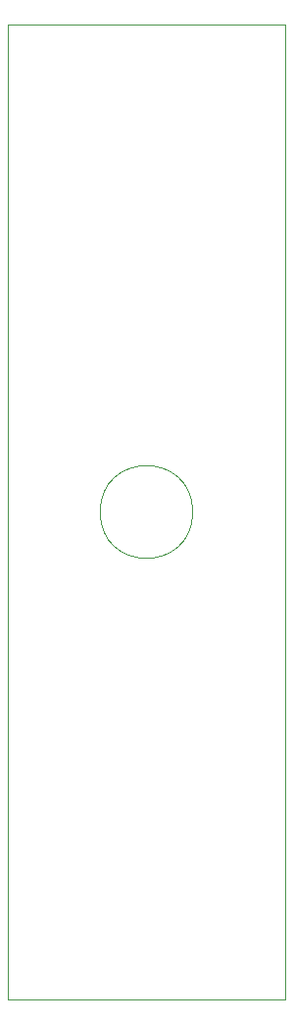
<source format=gbr>
%TF.GenerationSoftware,KiCad,Pcbnew,7.0.8*%
%TF.CreationDate,2023-10-22T16:51:36+09:00*%
%TF.ProjectId,radicon-client,72616469-636f-46e2-9d63-6c69656e742e,rev?*%
%TF.SameCoordinates,Original*%
%TF.FileFunction,Profile,NP*%
%FSLAX46Y46*%
G04 Gerber Fmt 4.6, Leading zero omitted, Abs format (unit mm)*
G04 Created by KiCad (PCBNEW 7.0.8) date 2023-10-22 16:51:36*
%MOMM*%
%LPD*%
G01*
G04 APERTURE LIST*
%TA.AperFunction,Profile*%
%ADD10C,0.100000*%
%TD*%
G04 APERTURE END LIST*
D10*
X132000000Y-62000000D02*
X156000000Y-62000000D01*
X156000000Y-146000000D01*
X132000000Y-146000000D01*
X132000000Y-62000000D01*
X148000000Y-104000000D02*
G75*
G03*
X148000000Y-104000000I-4000000J0D01*
G01*
M02*

</source>
